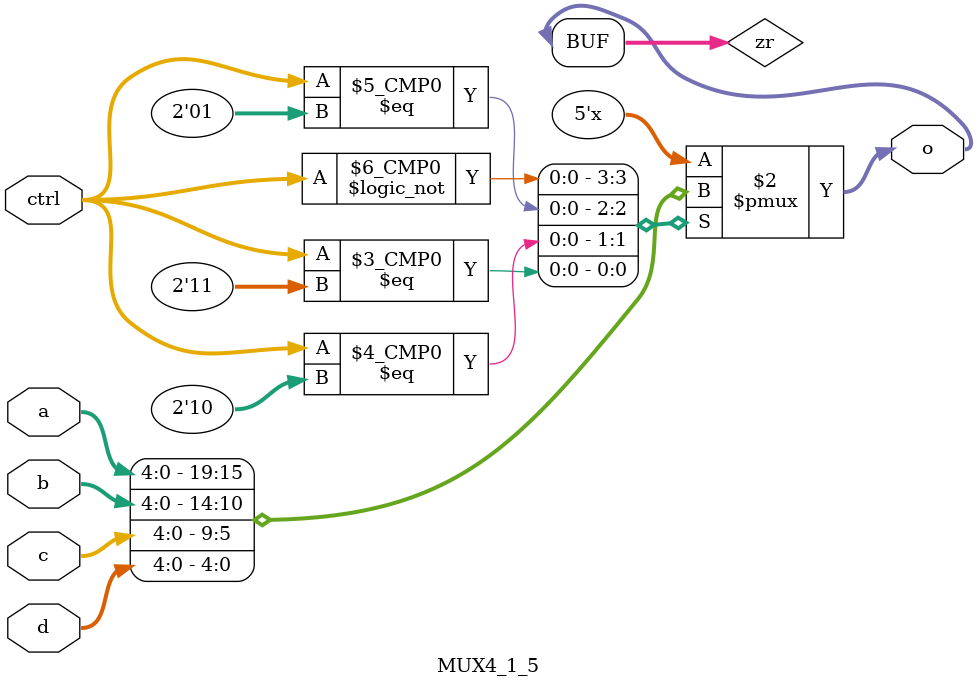
<source format=v>

module MUX4_1_5(
	input [4:0] a,
	input [4:0] b,
	input [4:0] c,
	input [4:0] d,
	input [1:0] ctrl,
	output [4:0] o
	);

	reg [4:0] zr;
	always @(*) begin
		case (ctrl)
			2'b00: zr <= a;
			2'b01: zr <= b;
			2'b10: zr <= c;
			2'b11: zr <= d;
			default: zr <= 5'bz;
		endcase
	end
	assign o = zr;
	
endmodule

</source>
